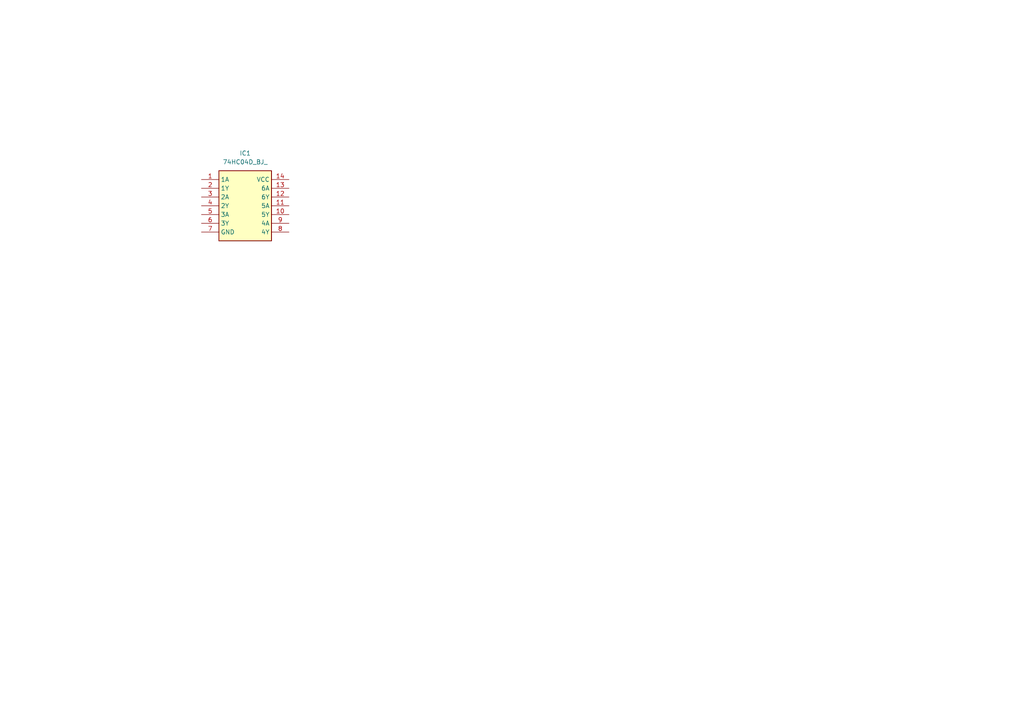
<source format=kicad_sch>
(kicad_sch
	(version 20231120)
	(generator "eeschema")
	(generator_version "8.0")
	(uuid "45401035-9671-42c5-bb85-853807d5b09c")
	(paper "A4")
	(lib_symbols
		(symbol "74HC04D_BJ_:74HC04D_BJ_"
			(exclude_from_sim no)
			(in_bom yes)
			(on_board yes)
			(property "Reference" "IC"
				(at 8.89 15.24 0)
				(effects
					(font
						(size 1.27 1.27)
					)
					(justify left top)
				)
			)
			(property "Value" "74HC04D_BJ_"
				(at 8.89 12.7 0)
				(effects
					(font
						(size 1.27 1.27)
					)
					(justify left top)
				)
			)
			(property "Footprint" "SOIC127P600X175-14N"
				(at 21.59 -94.92 0)
				(effects
					(font
						(size 1.27 1.27)
					)
					(justify left top)
					(hide yes)
				)
			)
			(property "Datasheet" "http://toshiba.semicon-storage.com/info/docget.jsp?did=37182&prodName=74HC04D"
				(at 21.59 -194.92 0)
				(effects
					(font
						(size 1.27 1.27)
					)
					(justify left top)
					(hide yes)
				)
			)
			(property "Description" "74HC CMOS LOGIC IC SERIES SOIC14"
				(at -12.7 7.62 0)
				(effects
					(font
						(size 1.27 1.27)
					)
					(hide yes)
				)
			)
			(property "Height" "1.75"
				(at 21.59 -394.92 0)
				(effects
					(font
						(size 1.27 1.27)
					)
					(justify left top)
					(hide yes)
				)
			)
			(property "Manufacturer_Name" "Toshiba"
				(at 21.59 -494.92 0)
				(effects
					(font
						(size 1.27 1.27)
					)
					(justify left top)
					(hide yes)
				)
			)
			(property "Manufacturer_Part_Number" "74HC04D(BJ)"
				(at 21.59 -594.92 0)
				(effects
					(font
						(size 1.27 1.27)
					)
					(justify left top)
					(hide yes)
				)
			)
			(property "Arrow Part Number" "74HC04D(BJ)"
				(at 21.59 -694.92 0)
				(effects
					(font
						(size 1.27 1.27)
					)
					(justify left top)
					(hide yes)
				)
			)
			(property "Arrow Price/Stock" "https://www.arrow.com/en/products/74hc04d-bj/toshiba?region=europe"
				(at 21.59 -794.92 0)
				(effects
					(font
						(size 1.27 1.27)
					)
					(justify left top)
					(hide yes)
				)
			)
			(symbol "74HC04D_BJ__1_1"
				(rectangle
					(start -7.62 10.16)
					(end 7.62 -10.16)
					(stroke
						(width 0.254)
						(type default)
					)
					(fill
						(type background)
					)
				)
				(pin input line
					(at -12.7 7.62 0)
					(length 5.08)
					(name "1A"
						(effects
							(font
								(size 1.27 1.27)
							)
						)
					)
					(number "1"
						(effects
							(font
								(size 1.27 1.27)
							)
						)
					)
				)
				(pin output line
					(at 12.7 -2.54 180)
					(length 5.08)
					(name "5Y"
						(effects
							(font
								(size 1.27 1.27)
							)
						)
					)
					(number "10"
						(effects
							(font
								(size 1.27 1.27)
							)
						)
					)
				)
				(pin input line
					(at 12.7 0 180)
					(length 5.08)
					(name "5A"
						(effects
							(font
								(size 1.27 1.27)
							)
						)
					)
					(number "11"
						(effects
							(font
								(size 1.27 1.27)
							)
						)
					)
				)
				(pin output line
					(at 12.7 2.54 180)
					(length 5.08)
					(name "6Y"
						(effects
							(font
								(size 1.27 1.27)
							)
						)
					)
					(number "12"
						(effects
							(font
								(size 1.27 1.27)
							)
						)
					)
				)
				(pin input line
					(at 12.7 5.08 180)
					(length 5.08)
					(name "6A"
						(effects
							(font
								(size 1.27 1.27)
							)
						)
					)
					(number "13"
						(effects
							(font
								(size 1.27 1.27)
							)
						)
					)
				)
				(pin power_in line
					(at 12.7 7.62 180)
					(length 5.08)
					(name "VCC"
						(effects
							(font
								(size 1.27 1.27)
							)
						)
					)
					(number "14"
						(effects
							(font
								(size 1.27 1.27)
							)
						)
					)
				)
				(pin output line
					(at -12.7 5.08 0)
					(length 5.08)
					(name "1Y"
						(effects
							(font
								(size 1.27 1.27)
							)
						)
					)
					(number "2"
						(effects
							(font
								(size 1.27 1.27)
							)
						)
					)
				)
				(pin input line
					(at -12.7 2.54 0)
					(length 5.08)
					(name "2A"
						(effects
							(font
								(size 1.27 1.27)
							)
						)
					)
					(number "3"
						(effects
							(font
								(size 1.27 1.27)
							)
						)
					)
				)
				(pin output line
					(at -12.7 0 0)
					(length 5.08)
					(name "2Y"
						(effects
							(font
								(size 1.27 1.27)
							)
						)
					)
					(number "4"
						(effects
							(font
								(size 1.27 1.27)
							)
						)
					)
				)
				(pin input line
					(at -12.7 -2.54 0)
					(length 5.08)
					(name "3A"
						(effects
							(font
								(size 1.27 1.27)
							)
						)
					)
					(number "5"
						(effects
							(font
								(size 1.27 1.27)
							)
						)
					)
				)
				(pin output line
					(at -12.7 -5.08 0)
					(length 5.08)
					(name "3Y"
						(effects
							(font
								(size 1.27 1.27)
							)
						)
					)
					(number "6"
						(effects
							(font
								(size 1.27 1.27)
							)
						)
					)
				)
				(pin power_in line
					(at -12.7 -7.62 0)
					(length 5.08)
					(name "GND"
						(effects
							(font
								(size 1.27 1.27)
							)
						)
					)
					(number "7"
						(effects
							(font
								(size 1.27 1.27)
							)
						)
					)
				)
				(pin output line
					(at 12.7 -7.62 180)
					(length 5.08)
					(name "4Y"
						(effects
							(font
								(size 1.27 1.27)
							)
						)
					)
					(number "8"
						(effects
							(font
								(size 1.27 1.27)
							)
						)
					)
				)
				(pin input line
					(at 12.7 -5.08 180)
					(length 5.08)
					(name "4A"
						(effects
							(font
								(size 1.27 1.27)
							)
						)
					)
					(number "9"
						(effects
							(font
								(size 1.27 1.27)
							)
						)
					)
				)
			)
		)
	)
	(symbol
		(lib_id "74HC04D_BJ_:74HC04D_BJ_")
		(at 71.12 59.69 0)
		(unit 1)
		(exclude_from_sim no)
		(in_bom yes)
		(on_board yes)
		(dnp no)
		(fields_autoplaced yes)
		(uuid "15326b5c-ad7e-4807-bc73-01b6e8161c48")
		(property "Reference" "IC1"
			(at 71.12 44.45 0)
			(effects
				(font
					(size 1.27 1.27)
				)
			)
		)
		(property "Value" "74HC04D_BJ_"
			(at 71.12 46.99 0)
			(effects
				(font
					(size 1.27 1.27)
				)
			)
		)
		(property "Footprint" "SOIC127P600X175-14N"
			(at 92.71 154.61 0)
			(effects
				(font
					(size 1.27 1.27)
				)
				(justify left top)
				(hide yes)
			)
		)
		(property "Datasheet" "http://toshiba.semicon-storage.com/info/docget.jsp?did=37182&prodName=74HC04D"
			(at 92.71 254.61 0)
			(effects
				(font
					(size 1.27 1.27)
				)
				(justify left top)
				(hide yes)
			)
		)
		(property "Description" "74HC CMOS LOGIC IC SERIES SOIC14"
			(at 58.42 52.07 0)
			(effects
				(font
					(size 1.27 1.27)
				)
				(hide yes)
			)
		)
		(property "Height" "1.75"
			(at 92.71 454.61 0)
			(effects
				(font
					(size 1.27 1.27)
				)
				(justify left top)
				(hide yes)
			)
		)
		(property "Manufacturer_Name" "Toshiba"
			(at 92.71 554.61 0)
			(effects
				(font
					(size 1.27 1.27)
				)
				(justify left top)
				(hide yes)
			)
		)
		(property "Manufacturer_Part_Number" "74HC04D(BJ)"
			(at 92.71 654.61 0)
			(effects
				(font
					(size 1.27 1.27)
				)
				(justify left top)
				(hide yes)
			)
		)
		(property "Arrow Part Number" "74HC04D(BJ)"
			(at 92.71 754.61 0)
			(effects
				(font
					(size 1.27 1.27)
				)
				(justify left top)
				(hide yes)
			)
		)
		(property "Arrow Price/Stock" "https://www.arrow.com/en/products/74hc04d-bj/toshiba?region=europe"
			(at 92.71 854.61 0)
			(effects
				(font
					(size 1.27 1.27)
				)
				(justify left top)
				(hide yes)
			)
		)
		(pin "9"
			(uuid "9502cc48-a2ee-40ff-bfa5-1169bc269494")
		)
		(pin "10"
			(uuid "e7cddc8c-5542-4a2d-826d-63a81768aa36")
		)
		(pin "7"
			(uuid "56721c79-8b3e-4956-8f34-8e1de1a7ab09")
		)
		(pin "6"
			(uuid "84f364d8-513e-4d7c-93a5-99fab5aad879")
		)
		(pin "12"
			(uuid "33851743-61f9-427f-9482-bd8ddaf83310")
		)
		(pin "2"
			(uuid "c2cf78af-695a-474a-8153-e606e68846f6")
		)
		(pin "1"
			(uuid "73fb3650-5525-4a0a-8368-9f908ef3cf3c")
		)
		(pin "11"
			(uuid "fb9c1593-70bb-40cb-ba13-9b1dfe41efcf")
		)
		(pin "13"
			(uuid "c69dccf8-80d4-4b89-bccc-511faad3196a")
		)
		(pin "8"
			(uuid "db30d8b5-c6c5-4f32-90d7-ca786057086a")
		)
		(pin "14"
			(uuid "a20699b6-6aa8-4935-8362-9f3027d77941")
		)
		(pin "5"
			(uuid "2c16bc2c-c15c-4364-b620-c53b73e389e5")
		)
		(pin "4"
			(uuid "5876fd15-db95-48cd-bdc7-2578942bc728")
		)
		(pin "3"
			(uuid "4a51964e-b9e1-4a73-9863-ea486e6484c0")
		)
		(instances
			(project ""
				(path "/b0dfb44d-ab01-4592-9d0b-0b812db77093/e86a5f05-f32f-47d2-ad4d-661858c177d2"
					(reference "IC1")
					(unit 1)
				)
			)
		)
	)
)

</source>
